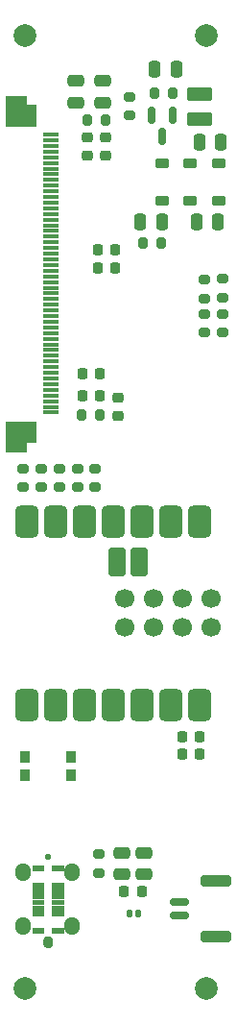
<source format=gbr>
%TF.GenerationSoftware,KiCad,Pcbnew,9.0.5*%
%TF.CreationDate,2025-11-24T11:18:26-05:00*%
%TF.ProjectId,everframe_board,65766572-6672-4616-9d65-5f626f617264,rev?*%
%TF.SameCoordinates,Original*%
%TF.FileFunction,Soldermask,Top*%
%TF.FilePolarity,Negative*%
%FSLAX46Y46*%
G04 Gerber Fmt 4.6, Leading zero omitted, Abs format (unit mm)*
G04 Created by KiCad (PCBNEW 9.0.5) date 2025-11-24 11:18:26*
%MOMM*%
%LPD*%
G01*
G04 APERTURE LIST*
G04 Aperture macros list*
%AMRoundRect*
0 Rectangle with rounded corners*
0 $1 Rounding radius*
0 $2 $3 $4 $5 $6 $7 $8 $9 X,Y pos of 4 corners*
0 Add a 4 corners polygon primitive as box body*
4,1,4,$2,$3,$4,$5,$6,$7,$8,$9,$2,$3,0*
0 Add four circle primitives for the rounded corners*
1,1,$1+$1,$2,$3*
1,1,$1+$1,$4,$5*
1,1,$1+$1,$6,$7*
1,1,$1+$1,$8,$9*
0 Add four rect primitives between the rounded corners*
20,1,$1+$1,$2,$3,$4,$5,0*
20,1,$1+$1,$4,$5,$6,$7,0*
20,1,$1+$1,$6,$7,$8,$9,0*
20,1,$1+$1,$8,$9,$2,$3,0*%
G04 Aperture macros list end*
%ADD10C,0.010000*%
%ADD11RoundRect,0.150000X0.700000X-0.150000X0.700000X0.150000X-0.700000X0.150000X-0.700000X-0.150000X0*%
%ADD12RoundRect,0.250000X1.100000X-0.250000X1.100000X0.250000X-1.100000X0.250000X-1.100000X-0.250000X0*%
%ADD13RoundRect,0.200000X-0.275000X0.200000X-0.275000X-0.200000X0.275000X-0.200000X0.275000X0.200000X0*%
%ADD14R,0.900000X1.000000*%
%ADD15RoundRect,0.218750X0.218750X0.256250X-0.218750X0.256250X-0.218750X-0.256250X0.218750X-0.256250X0*%
%ADD16RoundRect,0.250000X0.475000X-0.250000X0.475000X0.250000X-0.475000X0.250000X-0.475000X-0.250000X0*%
%ADD17RoundRect,0.200000X0.275000X-0.200000X0.275000X0.200000X-0.275000X0.200000X-0.275000X-0.200000X0*%
%ADD18RoundRect,0.250000X-0.850000X0.375000X-0.850000X-0.375000X0.850000X-0.375000X0.850000X0.375000X0*%
%ADD19RoundRect,0.225000X0.375000X-0.225000X0.375000X0.225000X-0.375000X0.225000X-0.375000X-0.225000X0*%
%ADD20RoundRect,0.150000X-0.150000X0.587500X-0.150000X-0.587500X0.150000X-0.587500X0.150000X0.587500X0*%
%ADD21RoundRect,0.225000X-0.375000X0.225000X-0.375000X-0.225000X0.375000X-0.225000X0.375000X0.225000X0*%
%ADD22C,0.570000*%
%ADD23O,1.354000X1.604000*%
%ADD24RoundRect,0.200000X-0.200000X-0.275000X0.200000X-0.275000X0.200000X0.275000X-0.200000X0.275000X0*%
%ADD25RoundRect,0.225000X-0.225000X-0.250000X0.225000X-0.250000X0.225000X0.250000X-0.225000X0.250000X0*%
%ADD26C,2.000000*%
%ADD27RoundRect,0.125000X-0.125000X-0.225000X0.125000X-0.225000X0.125000X0.225000X-0.125000X0.225000X0*%
%ADD28RoundRect,0.025000X-0.600000X0.150000X-0.600000X-0.150000X0.600000X-0.150000X0.600000X0.150000X0*%
%ADD29RoundRect,0.250000X0.250000X0.475000X-0.250000X0.475000X-0.250000X-0.475000X0.250000X-0.475000X0*%
%ADD30RoundRect,0.250000X-0.475000X0.250000X-0.475000X-0.250000X0.475000X-0.250000X0.475000X0.250000X0*%
%ADD31RoundRect,0.225000X0.225000X0.250000X-0.225000X0.250000X-0.225000X-0.250000X0.225000X-0.250000X0*%
%ADD32RoundRect,0.525400X-0.525400X0.900400X-0.525400X-0.900400X0.525400X-0.900400X0.525400X0.900400X0*%
%ADD33RoundRect,0.400400X0.400400X-0.900400X0.400400X0.900400X-0.400400X0.900400X-0.400400X-0.900400X0*%
%ADD34C,1.700000*%
%ADD35RoundRect,0.225000X0.250000X-0.225000X0.250000X0.225000X-0.250000X0.225000X-0.250000X-0.225000X0*%
%ADD36RoundRect,0.250000X-0.250000X-0.475000X0.250000X-0.475000X0.250000X0.475000X-0.250000X0.475000X0*%
G04 APERTURE END LIST*
D10*
%TO.C,J2*%
X76620000Y-125600000D02*
X75650000Y-125600000D01*
X75650000Y-125200000D01*
X76620000Y-125200000D01*
X76620000Y-125600000D01*
G36*
X76620000Y-125600000D02*
G01*
X75650000Y-125600000D01*
X75650000Y-125200000D01*
X76620000Y-125200000D01*
X76620000Y-125600000D01*
G37*
X76620000Y-127100000D02*
X75650000Y-127100000D01*
X75650000Y-126700000D01*
X76620000Y-126700000D01*
X76620000Y-127100000D01*
G36*
X76620000Y-127100000D02*
G01*
X75650000Y-127100000D01*
X75650000Y-126700000D01*
X76620000Y-126700000D01*
X76620000Y-127100000D01*
G37*
X76620000Y-127600000D02*
X75650000Y-127600000D01*
X75650000Y-127200000D01*
X76620000Y-127200000D01*
X76620000Y-127600000D01*
G36*
X76620000Y-127600000D02*
G01*
X75650000Y-127600000D01*
X75650000Y-127200000D01*
X76620000Y-127200000D01*
X76620000Y-127600000D01*
G37*
X76620000Y-128100000D02*
X75650000Y-128100000D01*
X75650000Y-127700000D01*
X76620000Y-127700000D01*
X76620000Y-128100000D01*
G36*
X76620000Y-128100000D02*
G01*
X75650000Y-128100000D01*
X75650000Y-127700000D01*
X76620000Y-127700000D01*
X76620000Y-128100000D01*
G37*
X76620000Y-128600000D02*
X75650000Y-128600000D01*
X75650000Y-128200000D01*
X76620000Y-128200000D01*
X76620000Y-128600000D01*
G36*
X76620000Y-128600000D02*
G01*
X75650000Y-128600000D01*
X75650000Y-128200000D01*
X76620000Y-128200000D01*
X76620000Y-128600000D01*
G37*
X76620000Y-129100000D02*
X75650000Y-129100000D01*
X75650000Y-128700000D01*
X76620000Y-128700000D01*
X76620000Y-129100000D01*
G36*
X76620000Y-129100000D02*
G01*
X75650000Y-129100000D01*
X75650000Y-128700000D01*
X76620000Y-128700000D01*
X76620000Y-129100000D01*
G37*
X76620000Y-129600000D02*
X75650000Y-129600000D01*
X75650000Y-129200000D01*
X76620000Y-129200000D01*
X76620000Y-129600000D01*
G36*
X76620000Y-129600000D02*
G01*
X75650000Y-129600000D01*
X75650000Y-129200000D01*
X76620000Y-129200000D01*
X76620000Y-129600000D01*
G37*
X76620000Y-131100000D02*
X75650000Y-131100000D01*
X75650000Y-130700000D01*
X76620000Y-130700000D01*
X76620000Y-131100000D01*
G36*
X76620000Y-131100000D02*
G01*
X75650000Y-131100000D01*
X75650000Y-130700000D01*
X76620000Y-130700000D01*
X76620000Y-131100000D01*
G37*
X78350000Y-125600000D02*
X77380000Y-125600000D01*
X77380000Y-125200000D01*
X78350000Y-125200000D01*
X78350000Y-125600000D01*
G36*
X78350000Y-125600000D02*
G01*
X77380000Y-125600000D01*
X77380000Y-125200000D01*
X78350000Y-125200000D01*
X78350000Y-125600000D01*
G37*
X78350000Y-127100000D02*
X77380000Y-127100000D01*
X77380000Y-126700000D01*
X78350000Y-126700000D01*
X78350000Y-127100000D01*
G36*
X78350000Y-127100000D02*
G01*
X77380000Y-127100000D01*
X77380000Y-126700000D01*
X78350000Y-126700000D01*
X78350000Y-127100000D01*
G37*
X78350000Y-127600000D02*
X77380000Y-127600000D01*
X77380000Y-127200000D01*
X78350000Y-127200000D01*
X78350000Y-127600000D01*
G36*
X78350000Y-127600000D02*
G01*
X77380000Y-127600000D01*
X77380000Y-127200000D01*
X78350000Y-127200000D01*
X78350000Y-127600000D01*
G37*
X78350000Y-128100000D02*
X77380000Y-128100000D01*
X77380000Y-127700000D01*
X78350000Y-127700000D01*
X78350000Y-128100000D01*
G36*
X78350000Y-128100000D02*
G01*
X77380000Y-128100000D01*
X77380000Y-127700000D01*
X78350000Y-127700000D01*
X78350000Y-128100000D01*
G37*
X78350000Y-128600000D02*
X77380000Y-128600000D01*
X77380000Y-128200000D01*
X78350000Y-128200000D01*
X78350000Y-128600000D01*
G36*
X78350000Y-128600000D02*
G01*
X77380000Y-128600000D01*
X77380000Y-128200000D01*
X78350000Y-128200000D01*
X78350000Y-128600000D01*
G37*
X78350000Y-129100000D02*
X77380000Y-129100000D01*
X77380000Y-128700000D01*
X78350000Y-128700000D01*
X78350000Y-129100000D01*
G36*
X78350000Y-129100000D02*
G01*
X77380000Y-129100000D01*
X77380000Y-128700000D01*
X78350000Y-128700000D01*
X78350000Y-129100000D01*
G37*
X78350000Y-129600000D02*
X77380000Y-129600000D01*
X77380000Y-129200000D01*
X78350000Y-129200000D01*
X78350000Y-129600000D01*
G36*
X78350000Y-129600000D02*
G01*
X77380000Y-129600000D01*
X77380000Y-129200000D01*
X78350000Y-129200000D01*
X78350000Y-129600000D01*
G37*
X78350000Y-131100000D02*
X77380000Y-131100000D01*
X77380000Y-130700000D01*
X78350000Y-130700000D01*
X78350000Y-131100000D01*
G36*
X78350000Y-131100000D02*
G01*
X77380000Y-131100000D01*
X77380000Y-130700000D01*
X78350000Y-130700000D01*
X78350000Y-131100000D01*
G37*
X77020000Y-131416000D02*
X77040000Y-131417000D01*
X77060000Y-131420000D01*
X77080000Y-131423000D01*
X77100000Y-131428000D01*
X77119000Y-131434000D01*
X77138000Y-131441000D01*
X77157000Y-131448000D01*
X77175000Y-131457000D01*
X77192000Y-131467000D01*
X77210000Y-131477000D01*
X77226000Y-131489000D01*
X77242000Y-131501000D01*
X77258000Y-131514000D01*
X77272000Y-131528000D01*
X77286000Y-131542000D01*
X77299000Y-131558000D01*
X77311000Y-131574000D01*
X77323000Y-131590000D01*
X77333000Y-131608000D01*
X77343000Y-131625000D01*
X77352000Y-131643000D01*
X77359000Y-131662000D01*
X77366000Y-131681000D01*
X77372000Y-131700000D01*
X77377000Y-131720000D01*
X77380000Y-131740000D01*
X77383000Y-131760000D01*
X77384000Y-131780000D01*
X77385000Y-131800000D01*
X77385000Y-132000000D01*
X77384000Y-132020000D01*
X77383000Y-132040000D01*
X77380000Y-132060000D01*
X77377000Y-132080000D01*
X77372000Y-132100000D01*
X77366000Y-132119000D01*
X77359000Y-132138000D01*
X77352000Y-132157000D01*
X77343000Y-132175000D01*
X77333000Y-132193000D01*
X77323000Y-132210000D01*
X77311000Y-132226000D01*
X77299000Y-132242000D01*
X77286000Y-132258000D01*
X77272000Y-132272000D01*
X77258000Y-132286000D01*
X77242000Y-132299000D01*
X77226000Y-132311000D01*
X77210000Y-132323000D01*
X77192000Y-132333000D01*
X77175000Y-132343000D01*
X77157000Y-132352000D01*
X77138000Y-132359000D01*
X77119000Y-132366000D01*
X77100000Y-132372000D01*
X77080000Y-132377000D01*
X77060000Y-132380000D01*
X77040000Y-132383000D01*
X77020000Y-132384000D01*
X77000000Y-132385000D01*
X76980000Y-132384000D01*
X76960000Y-132383000D01*
X76940000Y-132380000D01*
X76920000Y-132377000D01*
X76900000Y-132372000D01*
X76881000Y-132366000D01*
X76862000Y-132359000D01*
X76843000Y-132352000D01*
X76825000Y-132343000D01*
X76808000Y-132333000D01*
X76790000Y-132323000D01*
X76774000Y-132311000D01*
X76758000Y-132299000D01*
X76742000Y-132286000D01*
X76728000Y-132272000D01*
X76714000Y-132258000D01*
X76701000Y-132242000D01*
X76689000Y-132226000D01*
X76677000Y-132210000D01*
X76667000Y-132193000D01*
X76657000Y-132175000D01*
X76648000Y-132157000D01*
X76641000Y-132138000D01*
X76634000Y-132119000D01*
X76628000Y-132100000D01*
X76623000Y-132080000D01*
X76620000Y-132060000D01*
X76617000Y-132040000D01*
X76616000Y-132020000D01*
X76615000Y-132000000D01*
X76615000Y-131800000D01*
X76616000Y-131780000D01*
X76617000Y-131760000D01*
X76620000Y-131740000D01*
X76623000Y-131720000D01*
X76628000Y-131700000D01*
X76634000Y-131681000D01*
X76641000Y-131662000D01*
X76648000Y-131643000D01*
X76657000Y-131625000D01*
X76667000Y-131607000D01*
X76677000Y-131590000D01*
X76689000Y-131574000D01*
X76701000Y-131558000D01*
X76714000Y-131542000D01*
X76728000Y-131528000D01*
X76742000Y-131514000D01*
X76758000Y-131501000D01*
X76774000Y-131489000D01*
X76790000Y-131477000D01*
X76807000Y-131467000D01*
X76825000Y-131457000D01*
X76843000Y-131448000D01*
X76862000Y-131441000D01*
X76881000Y-131434000D01*
X76900000Y-131428000D01*
X76920000Y-131423000D01*
X76940000Y-131420000D01*
X76960000Y-131417000D01*
X76980000Y-131416000D01*
X77000000Y-131415000D01*
X77020000Y-131416000D01*
G36*
X77020000Y-131416000D02*
G01*
X77040000Y-131417000D01*
X77060000Y-131420000D01*
X77080000Y-131423000D01*
X77100000Y-131428000D01*
X77119000Y-131434000D01*
X77138000Y-131441000D01*
X77157000Y-131448000D01*
X77175000Y-131457000D01*
X77192000Y-131467000D01*
X77210000Y-131477000D01*
X77226000Y-131489000D01*
X77242000Y-131501000D01*
X77258000Y-131514000D01*
X77272000Y-131528000D01*
X77286000Y-131542000D01*
X77299000Y-131558000D01*
X77311000Y-131574000D01*
X77323000Y-131590000D01*
X77333000Y-131608000D01*
X77343000Y-131625000D01*
X77352000Y-131643000D01*
X77359000Y-131662000D01*
X77366000Y-131681000D01*
X77372000Y-131700000D01*
X77377000Y-131720000D01*
X77380000Y-131740000D01*
X77383000Y-131760000D01*
X77384000Y-131780000D01*
X77385000Y-131800000D01*
X77385000Y-132000000D01*
X77384000Y-132020000D01*
X77383000Y-132040000D01*
X77380000Y-132060000D01*
X77377000Y-132080000D01*
X77372000Y-132100000D01*
X77366000Y-132119000D01*
X77359000Y-132138000D01*
X77352000Y-132157000D01*
X77343000Y-132175000D01*
X77333000Y-132193000D01*
X77323000Y-132210000D01*
X77311000Y-132226000D01*
X77299000Y-132242000D01*
X77286000Y-132258000D01*
X77272000Y-132272000D01*
X77258000Y-132286000D01*
X77242000Y-132299000D01*
X77226000Y-132311000D01*
X77210000Y-132323000D01*
X77192000Y-132333000D01*
X77175000Y-132343000D01*
X77157000Y-132352000D01*
X77138000Y-132359000D01*
X77119000Y-132366000D01*
X77100000Y-132372000D01*
X77080000Y-132377000D01*
X77060000Y-132380000D01*
X77040000Y-132383000D01*
X77020000Y-132384000D01*
X77000000Y-132385000D01*
X76980000Y-132384000D01*
X76960000Y-132383000D01*
X76940000Y-132380000D01*
X76920000Y-132377000D01*
X76900000Y-132372000D01*
X76881000Y-132366000D01*
X76862000Y-132359000D01*
X76843000Y-132352000D01*
X76825000Y-132343000D01*
X76808000Y-132333000D01*
X76790000Y-132323000D01*
X76774000Y-132311000D01*
X76758000Y-132299000D01*
X76742000Y-132286000D01*
X76728000Y-132272000D01*
X76714000Y-132258000D01*
X76701000Y-132242000D01*
X76689000Y-132226000D01*
X76677000Y-132210000D01*
X76667000Y-132193000D01*
X76657000Y-132175000D01*
X76648000Y-132157000D01*
X76641000Y-132138000D01*
X76634000Y-132119000D01*
X76628000Y-132100000D01*
X76623000Y-132080000D01*
X76620000Y-132060000D01*
X76617000Y-132040000D01*
X76616000Y-132020000D01*
X76615000Y-132000000D01*
X76615000Y-131800000D01*
X76616000Y-131780000D01*
X76617000Y-131760000D01*
X76620000Y-131740000D01*
X76623000Y-131720000D01*
X76628000Y-131700000D01*
X76634000Y-131681000D01*
X76641000Y-131662000D01*
X76648000Y-131643000D01*
X76657000Y-131625000D01*
X76667000Y-131607000D01*
X76677000Y-131590000D01*
X76689000Y-131574000D01*
X76701000Y-131558000D01*
X76714000Y-131542000D01*
X76728000Y-131528000D01*
X76742000Y-131514000D01*
X76758000Y-131501000D01*
X76774000Y-131489000D01*
X76790000Y-131477000D01*
X76807000Y-131467000D01*
X76825000Y-131457000D01*
X76843000Y-131448000D01*
X76862000Y-131441000D01*
X76881000Y-131434000D01*
X76900000Y-131428000D01*
X76920000Y-131423000D01*
X76940000Y-131420000D01*
X76960000Y-131417000D01*
X76980000Y-131416000D01*
X77000000Y-131415000D01*
X77020000Y-131416000D01*
G37*
%TO.C,J1*%
X75082958Y-58156782D02*
X75882958Y-58156782D01*
X75882958Y-59956782D01*
X73282958Y-59956782D01*
X73282958Y-57356782D01*
X75082958Y-57356782D01*
X75082958Y-58156782D01*
G36*
X75082958Y-58156782D02*
G01*
X75882958Y-58156782D01*
X75882958Y-59956782D01*
X73282958Y-59956782D01*
X73282958Y-57356782D01*
X75082958Y-57356782D01*
X75082958Y-58156782D01*
G37*
X75882958Y-87856782D02*
X75082958Y-87856782D01*
X75082958Y-88656782D01*
X73282958Y-88656782D01*
X73282958Y-86056782D01*
X75882958Y-86056782D01*
X75882958Y-87856782D01*
G36*
X75882958Y-87856782D02*
G01*
X75082958Y-87856782D01*
X75082958Y-88656782D01*
X73282958Y-88656782D01*
X73282958Y-86056782D01*
X75882958Y-86056782D01*
X75882958Y-87856782D01*
G37*
%TD*%
D11*
%TO.C,J3*%
X88650000Y-129625000D03*
X88650000Y-128375000D03*
D12*
X91850000Y-131475000D03*
X91850000Y-126525000D03*
%TD*%
D13*
%TO.C,R10*%
X84212500Y-57412500D03*
X84212500Y-59062500D03*
%TD*%
D14*
%TO.C,SW1*%
X74950000Y-115600000D03*
X79050000Y-115600000D03*
X74950000Y-117200000D03*
X79050000Y-117200000D03*
%TD*%
D15*
%TO.C,FB1*%
X85287500Y-127500000D03*
X83712500Y-127500000D03*
%TD*%
D16*
%TO.C,C19*%
X81800000Y-57950000D03*
X81800000Y-56050000D03*
%TD*%
D17*
%TO.C,R3*%
X90800000Y-78225000D03*
X90800000Y-76575000D03*
%TD*%
D18*
%TO.C,L1*%
X90400000Y-57225000D03*
X90400000Y-59375000D03*
%TD*%
D19*
%TO.C,D3*%
X89549998Y-66600000D03*
X89549998Y-63300000D03*
%TD*%
D20*
%TO.C,Q1*%
X88050000Y-59062500D03*
X86150000Y-59062500D03*
X87100000Y-60937500D03*
%TD*%
D21*
%TO.C,D2*%
X92049998Y-63300000D03*
X92049998Y-66600000D03*
%TD*%
D22*
%TO.C,J2*%
X77000000Y-124400000D03*
D23*
X79150000Y-125750000D03*
X79150000Y-130550000D03*
X74850000Y-125750000D03*
X74850000Y-130550000D03*
%TD*%
D24*
%TO.C,R5*%
X80475000Y-59500000D03*
X82125000Y-59500000D03*
%TD*%
D25*
%TO.C,C7*%
X81425000Y-70900000D03*
X82975000Y-70900000D03*
%TD*%
D26*
%TO.C,H2*%
X91000000Y-52000000D03*
%TD*%
D17*
%TO.C,R23*%
X74800000Y-91825000D03*
X74800000Y-90175000D03*
%TD*%
D26*
%TO.C,H4*%
X91000000Y-136000000D03*
%TD*%
D24*
%TO.C,R12*%
X85374998Y-70350000D03*
X87024998Y-70350000D03*
%TD*%
%TO.C,R6*%
X79975000Y-85500000D03*
X81625000Y-85500000D03*
%TD*%
D26*
%TO.C,H1*%
X75000000Y-52000000D03*
%TD*%
D27*
%TO.C,D5*%
X84200000Y-129400000D03*
X85000000Y-129400000D03*
%TD*%
D24*
%TO.C,R11*%
X86375000Y-57100000D03*
X88025000Y-57100000D03*
%TD*%
D25*
%TO.C,C13*%
X80025000Y-81800000D03*
X81575000Y-81800000D03*
%TD*%
D28*
%TO.C,J1*%
X77282958Y-60756782D03*
X77282958Y-61256782D03*
X77282958Y-61756782D03*
X77282958Y-62256782D03*
X77282958Y-62756782D03*
X77282958Y-63256782D03*
X77282958Y-63756782D03*
X77282958Y-64256782D03*
X77282958Y-64756782D03*
X77282958Y-65256782D03*
X77282958Y-65756782D03*
X77282958Y-66256782D03*
X77282958Y-66756782D03*
X77282958Y-67256782D03*
X77282958Y-67756782D03*
X77282958Y-68256782D03*
X77282958Y-68756782D03*
X77282958Y-69256782D03*
X77282958Y-69756782D03*
X77282958Y-70256782D03*
X77282958Y-70756782D03*
X77282958Y-71256782D03*
X77282958Y-71756782D03*
X77282958Y-72256782D03*
X77282958Y-72756782D03*
X77282958Y-73256782D03*
X77282958Y-73756782D03*
X77282958Y-74256782D03*
X77282958Y-74756782D03*
X77282958Y-75256782D03*
X77282958Y-75756782D03*
X77282958Y-76256782D03*
X77282958Y-76756782D03*
X77282958Y-77256782D03*
X77282958Y-77756782D03*
X77282958Y-78256782D03*
X77282958Y-78756782D03*
X77282958Y-79256782D03*
X77282958Y-79756782D03*
X77282958Y-80256782D03*
X77282958Y-80756782D03*
X77282958Y-81256782D03*
X77282958Y-81756782D03*
X77282958Y-82256782D03*
X77282958Y-82756782D03*
X77282958Y-83256782D03*
X77282958Y-83756782D03*
X77282958Y-84256782D03*
X77282958Y-84756782D03*
X77282958Y-85256782D03*
%TD*%
D29*
%TO.C,C28*%
X92250000Y-61400000D03*
X90350000Y-61400000D03*
%TD*%
D17*
%TO.C,R4*%
X90800000Y-75225000D03*
X90800000Y-73575000D03*
%TD*%
D19*
%TO.C,D1*%
X87099998Y-66600000D03*
X87099998Y-63300000D03*
%TD*%
D30*
%TO.C,C31*%
X85500000Y-124050000D03*
X85500000Y-125950000D03*
%TD*%
D25*
%TO.C,C14*%
X80025000Y-83800000D03*
X81575000Y-83800000D03*
%TD*%
D17*
%TO.C,R24*%
X76400000Y-91825000D03*
X76400000Y-90175000D03*
%TD*%
D31*
%TO.C,C33*%
X90400000Y-113800000D03*
X88850000Y-113800000D03*
%TD*%
D30*
%TO.C,C32*%
X83500000Y-124050000D03*
X83500000Y-125950000D03*
%TD*%
D32*
%TO.C,U1*%
X90370000Y-94835000D03*
X87830000Y-94835000D03*
X85290000Y-94835000D03*
X82750000Y-94835000D03*
X80210000Y-94835000D03*
X77670000Y-94835000D03*
X75130000Y-94835000D03*
X75130000Y-111000000D03*
X77670000Y-111000000D03*
X80210000Y-111000000D03*
X82750000Y-111000000D03*
X85290000Y-111000000D03*
X87830000Y-111000000D03*
X90370000Y-111000000D03*
D33*
X83132000Y-98445000D03*
X85037000Y-98445000D03*
D34*
X91382000Y-101620000D03*
X91382000Y-104160000D03*
X88842000Y-101620000D03*
X88842000Y-104160000D03*
X86302000Y-101620000D03*
X86302000Y-104160000D03*
X83762000Y-101620000D03*
X83762000Y-104160000D03*
%TD*%
D17*
%TO.C,R16*%
X81500000Y-125825000D03*
X81500000Y-124175000D03*
%TD*%
D35*
%TO.C,C20*%
X82100000Y-62575000D03*
X82100000Y-61025000D03*
%TD*%
D36*
%TO.C,C27*%
X90099998Y-68450000D03*
X91999998Y-68450000D03*
%TD*%
D25*
%TO.C,C8*%
X81425000Y-72500000D03*
X82975000Y-72500000D03*
%TD*%
D17*
%TO.C,R26*%
X81200000Y-91825000D03*
X81200000Y-90175000D03*
%TD*%
D13*
%TO.C,R20*%
X78000000Y-90175000D03*
X78000000Y-91825000D03*
%TD*%
D26*
%TO.C,H3*%
X75000000Y-136000000D03*
%TD*%
D17*
%TO.C,R1*%
X92400000Y-78225000D03*
X92400000Y-76575000D03*
%TD*%
D36*
%TO.C,C25*%
X86450000Y-55000000D03*
X88350000Y-55000000D03*
%TD*%
D31*
%TO.C,C34*%
X90400000Y-115324000D03*
X88850000Y-115324000D03*
%TD*%
D17*
%TO.C,R25*%
X79600000Y-91825000D03*
X79600000Y-90175000D03*
%TD*%
%TO.C,R2*%
X92400000Y-75125000D03*
X92400000Y-73475000D03*
%TD*%
D35*
%TO.C,C21*%
X80500000Y-62575000D03*
X80500000Y-61025000D03*
%TD*%
%TO.C,C22*%
X83200000Y-85525000D03*
X83200000Y-83975000D03*
%TD*%
D16*
%TO.C,C18*%
X79500000Y-57950000D03*
X79500000Y-56050000D03*
%TD*%
D36*
%TO.C,C26*%
X85149998Y-68450000D03*
X87049998Y-68450000D03*
%TD*%
M02*

</source>
